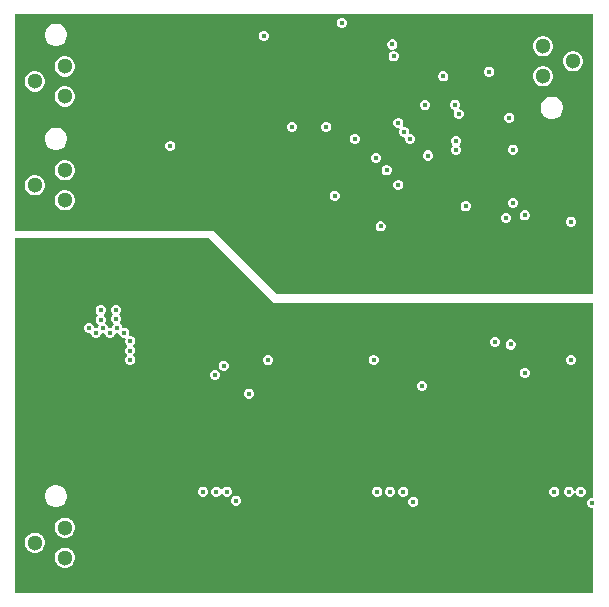
<source format=gbr>
%TF.GenerationSoftware,Altium Limited,Altium Designer,22.11.1 (43)*%
G04 Layer_Physical_Order=2*
G04 Layer_Color=36540*
%FSLAX45Y45*%
%MOMM*%
%TF.SameCoordinates,5CE01347-A356-42F5-95A5-03C013D0245E*%
%TF.FilePolarity,Positive*%
%TF.FileFunction,Copper,L2,Inr,Signal*%
%TF.Part,Single*%
G01*
G75*
%TA.AperFunction,ComponentPad*%
%ADD47C,1.30000*%
%ADD48O,0.90000X1.80000*%
%TA.AperFunction,ViaPad*%
%ADD49C,0.45000*%
G36*
X4950000Y2580000D02*
X2270000D01*
X1740000Y3110000D01*
X50000D01*
Y4950000D01*
X4950000D01*
Y2580000D01*
D02*
G37*
G36*
X2250000Y2500000D02*
X4950000D01*
Y855204D01*
X4945953Y852500D01*
X4929046D01*
X4913426Y846030D01*
X4901470Y834074D01*
X4895000Y818454D01*
Y801546D01*
X4901470Y785926D01*
X4913426Y773970D01*
X4929046Y767500D01*
X4945953D01*
X4950000Y764796D01*
Y50000D01*
X50000D01*
Y3050000D01*
X1700000D01*
X2250000Y2500000D01*
D02*
G37*
%LPC*%
G36*
X2828454Y4912500D02*
X2811546D01*
X2795926Y4906030D01*
X2783970Y4894074D01*
X2777500Y4878454D01*
Y4861546D01*
X2783970Y4845926D01*
X2795926Y4833970D01*
X2811546Y4827500D01*
X2828454D01*
X2844074Y4833970D01*
X2856030Y4845926D01*
X2862500Y4861546D01*
Y4878454D01*
X2856030Y4894074D01*
X2844074Y4906030D01*
X2828454Y4912500D01*
D02*
G37*
G36*
X2168454Y4802500D02*
X2151546D01*
X2135926Y4796030D01*
X2123970Y4784074D01*
X2117500Y4768454D01*
Y4751546D01*
X2123970Y4735926D01*
X2135926Y4723970D01*
X2151546Y4717500D01*
X2168454D01*
X2184074Y4723970D01*
X2196030Y4735926D01*
X2202500Y4751546D01*
Y4768454D01*
X2196030Y4784074D01*
X2184074Y4796030D01*
X2168454Y4802500D01*
D02*
G37*
G36*
X413507Y4866000D02*
X388493D01*
X364332Y4859525D01*
X342669Y4847019D01*
X324981Y4829331D01*
X312474Y4807668D01*
X306000Y4783507D01*
Y4758493D01*
X312474Y4734331D01*
X324981Y4712669D01*
X342669Y4694981D01*
X364332Y4682474D01*
X388493Y4676000D01*
X413507D01*
X437668Y4682474D01*
X459331Y4694981D01*
X477019Y4712669D01*
X489526Y4734331D01*
X496000Y4758493D01*
Y4783507D01*
X489526Y4807668D01*
X477019Y4829331D01*
X459331Y4847019D01*
X437668Y4859525D01*
X413507Y4866000D01*
D02*
G37*
G36*
X3258454Y4732500D02*
X3241546D01*
X3225926Y4726030D01*
X3213970Y4714074D01*
X3207500Y4698454D01*
Y4681546D01*
X3213970Y4665926D01*
X3225926Y4653970D01*
X3241546Y4647500D01*
X3258454D01*
X3274074Y4653970D01*
X3286030Y4665926D01*
X3292500Y4681546D01*
Y4698454D01*
X3286030Y4714074D01*
X3274074Y4726030D01*
X3258454Y4732500D01*
D02*
G37*
G36*
X4536191Y4760000D02*
X4513810D01*
X4492191Y4754207D01*
X4472809Y4743017D01*
X4456983Y4727191D01*
X4445793Y4707809D01*
X4440000Y4686191D01*
Y4663810D01*
X4445793Y4642191D01*
X4456983Y4622809D01*
X4472809Y4606983D01*
X4492191Y4595793D01*
X4513810Y4590000D01*
X4536191D01*
X4557809Y4595793D01*
X4577191Y4606983D01*
X4593017Y4622809D01*
X4604207Y4642191D01*
X4610000Y4663810D01*
Y4686191D01*
X4604207Y4707809D01*
X4593017Y4727191D01*
X4577191Y4743017D01*
X4557809Y4754207D01*
X4536191Y4760000D01*
D02*
G37*
G36*
X3268454Y4632500D02*
X3251546D01*
X3235926Y4626030D01*
X3223970Y4614074D01*
X3217500Y4598454D01*
Y4581546D01*
X3223970Y4565926D01*
X3235926Y4553970D01*
X3251546Y4547500D01*
X3268454D01*
X3284074Y4553970D01*
X3296030Y4565926D01*
X3302500Y4581546D01*
Y4598454D01*
X3296030Y4614074D01*
X3284074Y4626030D01*
X3268454Y4632500D01*
D02*
G37*
G36*
X4790191Y4633000D02*
X4767810D01*
X4746191Y4627207D01*
X4726809Y4616017D01*
X4710983Y4600191D01*
X4699793Y4580809D01*
X4694000Y4559191D01*
Y4536810D01*
X4699793Y4515191D01*
X4710983Y4495809D01*
X4726809Y4479983D01*
X4746191Y4468793D01*
X4767810Y4463000D01*
X4790191D01*
X4811809Y4468793D01*
X4831191Y4479983D01*
X4847017Y4495809D01*
X4858207Y4515191D01*
X4864000Y4536810D01*
Y4559191D01*
X4858207Y4580809D01*
X4847017Y4600191D01*
X4831191Y4616017D01*
X4811809Y4627207D01*
X4790191Y4633000D01*
D02*
G37*
G36*
X486191Y4589000D02*
X463810D01*
X442191Y4583207D01*
X422809Y4572017D01*
X406983Y4556191D01*
X395793Y4536809D01*
X390000Y4515190D01*
Y4492809D01*
X395793Y4471191D01*
X406983Y4451809D01*
X422809Y4435983D01*
X442191Y4424793D01*
X463810Y4419000D01*
X486191D01*
X507809Y4424793D01*
X527191Y4435983D01*
X543017Y4451809D01*
X554207Y4471191D01*
X560000Y4492809D01*
Y4515190D01*
X554207Y4536809D01*
X543017Y4556191D01*
X527191Y4572017D01*
X507809Y4583207D01*
X486191Y4589000D01*
D02*
G37*
G36*
X4078454Y4502500D02*
X4061546D01*
X4045926Y4496030D01*
X4033970Y4484074D01*
X4027500Y4468454D01*
Y4451546D01*
X4033970Y4435926D01*
X4045926Y4423970D01*
X4061546Y4417500D01*
X4078454D01*
X4094074Y4423970D01*
X4106030Y4435926D01*
X4112500Y4451546D01*
Y4468454D01*
X4106030Y4484074D01*
X4094074Y4496030D01*
X4078454Y4502500D01*
D02*
G37*
G36*
X3688454Y4462500D02*
X3671546D01*
X3655926Y4456030D01*
X3643970Y4444074D01*
X3637500Y4428454D01*
Y4411546D01*
X3643970Y4395926D01*
X3655926Y4383970D01*
X3671546Y4377500D01*
X3688454D01*
X3704074Y4383970D01*
X3716030Y4395926D01*
X3722500Y4411546D01*
Y4428454D01*
X3716030Y4444074D01*
X3704074Y4456030D01*
X3688454Y4462500D01*
D02*
G37*
G36*
X4536191Y4506000D02*
X4513810D01*
X4492191Y4500207D01*
X4472809Y4489017D01*
X4456983Y4473191D01*
X4445793Y4453809D01*
X4440000Y4432191D01*
Y4409810D01*
X4445793Y4388191D01*
X4456983Y4368809D01*
X4472809Y4352983D01*
X4492191Y4341793D01*
X4513810Y4336000D01*
X4536191D01*
X4557809Y4341793D01*
X4577191Y4352983D01*
X4593017Y4368809D01*
X4604207Y4388191D01*
X4610000Y4409810D01*
Y4432191D01*
X4604207Y4453809D01*
X4593017Y4473191D01*
X4577191Y4489017D01*
X4557809Y4500207D01*
X4536191Y4506000D01*
D02*
G37*
G36*
X232191Y4462000D02*
X209810D01*
X188191Y4456207D01*
X168809Y4445017D01*
X152983Y4429191D01*
X141793Y4409809D01*
X136000Y4388190D01*
Y4365809D01*
X141793Y4344191D01*
X152983Y4324809D01*
X168809Y4308983D01*
X188191Y4297793D01*
X209810Y4292000D01*
X232191D01*
X253809Y4297793D01*
X273191Y4308983D01*
X289017Y4324809D01*
X300207Y4344191D01*
X306000Y4365809D01*
Y4388190D01*
X300207Y4409809D01*
X289017Y4429191D01*
X273191Y4445017D01*
X253809Y4456207D01*
X232191Y4462000D01*
D02*
G37*
G36*
X486191Y4335000D02*
X463810D01*
X442191Y4329207D01*
X422809Y4318017D01*
X406983Y4302191D01*
X395793Y4282809D01*
X390000Y4261190D01*
Y4238809D01*
X395793Y4217191D01*
X406983Y4197809D01*
X422809Y4181983D01*
X442191Y4170793D01*
X463810Y4165000D01*
X486191D01*
X507809Y4170793D01*
X527191Y4181983D01*
X543017Y4197809D01*
X554207Y4217191D01*
X560000Y4238809D01*
Y4261190D01*
X554207Y4282809D01*
X543017Y4302191D01*
X527191Y4318017D01*
X507809Y4329207D01*
X486191Y4335000D01*
D02*
G37*
G36*
X3533454Y4217500D02*
X3516546D01*
X3500926Y4211030D01*
X3488970Y4199074D01*
X3482500Y4183454D01*
Y4166546D01*
X3488970Y4150926D01*
X3500926Y4138970D01*
X3516546Y4132500D01*
X3533454D01*
X3549074Y4138970D01*
X3561030Y4150926D01*
X3567500Y4166546D01*
Y4183454D01*
X3561030Y4199074D01*
X3549074Y4211030D01*
X3533454Y4217500D01*
D02*
G37*
G36*
X4611507Y4249000D02*
X4586493D01*
X4562332Y4242526D01*
X4540669Y4230019D01*
X4522982Y4212331D01*
X4510475Y4190669D01*
X4504000Y4166507D01*
Y4141493D01*
X4510475Y4117332D01*
X4522982Y4095669D01*
X4540669Y4077981D01*
X4562332Y4065474D01*
X4586493Y4059000D01*
X4611507D01*
X4635669Y4065474D01*
X4657331Y4077981D01*
X4675019Y4095669D01*
X4687526Y4117332D01*
X4694000Y4141493D01*
Y4166507D01*
X4687526Y4190669D01*
X4675019Y4212331D01*
X4657331Y4230019D01*
X4635669Y4242526D01*
X4611507Y4249000D01*
D02*
G37*
G36*
X3788454Y4222500D02*
X3771546D01*
X3755926Y4216030D01*
X3743970Y4204074D01*
X3737500Y4188454D01*
Y4171546D01*
X3743970Y4155926D01*
X3755926Y4143970D01*
X3770054Y4138118D01*
X3773004Y4131621D01*
X3774697Y4124800D01*
X3773970Y4124074D01*
X3767500Y4108454D01*
Y4091546D01*
X3773970Y4075926D01*
X3785926Y4063970D01*
X3801546Y4057500D01*
X3818454D01*
X3834074Y4063970D01*
X3846030Y4075926D01*
X3852500Y4091546D01*
Y4108454D01*
X3846030Y4124074D01*
X3834074Y4136030D01*
X3819946Y4141881D01*
X3816996Y4148379D01*
X3815304Y4155200D01*
X3816030Y4155926D01*
X3822500Y4171546D01*
Y4188454D01*
X3816030Y4204074D01*
X3804074Y4216030D01*
X3788454Y4222500D01*
D02*
G37*
G36*
X4248454Y4112500D02*
X4231546D01*
X4215926Y4106030D01*
X4203970Y4094074D01*
X4197500Y4078454D01*
Y4061546D01*
X4203970Y4045926D01*
X4215926Y4033970D01*
X4231546Y4027500D01*
X4248454D01*
X4264074Y4033970D01*
X4276030Y4045926D01*
X4282500Y4061546D01*
Y4078454D01*
X4276030Y4094074D01*
X4264074Y4106030D01*
X4248454Y4112500D01*
D02*
G37*
G36*
X2698454Y4032500D02*
X2681546D01*
X2665926Y4026030D01*
X2653970Y4014074D01*
X2647500Y3998454D01*
Y3981546D01*
X2653970Y3965926D01*
X2665926Y3953970D01*
X2681546Y3947500D01*
X2698454D01*
X2714074Y3953970D01*
X2726030Y3965926D01*
X2732500Y3981546D01*
Y3998454D01*
X2726030Y4014074D01*
X2714074Y4026030D01*
X2698454Y4032500D01*
D02*
G37*
G36*
X2408454D02*
X2391546D01*
X2375926Y4026030D01*
X2363970Y4014074D01*
X2357500Y3998454D01*
Y3981546D01*
X2363970Y3965926D01*
X2375926Y3953970D01*
X2391546Y3947500D01*
X2408454D01*
X2424074Y3953970D01*
X2436030Y3965926D01*
X2442500Y3981546D01*
Y3998454D01*
X2436030Y4014074D01*
X2424074Y4026030D01*
X2408454Y4032500D01*
D02*
G37*
G36*
X3308454Y4067500D02*
X3291546D01*
X3275926Y4061030D01*
X3263970Y4049074D01*
X3257500Y4033454D01*
Y4016546D01*
X3263970Y4000926D01*
X3275926Y3988970D01*
X3291546Y3982500D01*
X3304760D01*
X3307407Y3980078D01*
X3311484Y3973925D01*
X3312600Y3970767D01*
X3307500Y3958454D01*
Y3941546D01*
X3313970Y3925926D01*
X3325926Y3913970D01*
X3341546Y3907500D01*
X3347501D01*
X3357500Y3898453D01*
Y3881546D01*
X3363970Y3865926D01*
X3375926Y3853970D01*
X3391546Y3847500D01*
X3408454D01*
X3424074Y3853970D01*
X3436030Y3865926D01*
X3442500Y3881546D01*
Y3898454D01*
X3436030Y3914074D01*
X3424074Y3926030D01*
X3408454Y3932500D01*
X3402499D01*
X3392500Y3941547D01*
Y3958454D01*
X3386030Y3974074D01*
X3374074Y3986030D01*
X3358454Y3992500D01*
X3345239D01*
X3342593Y3994922D01*
X3338516Y4001075D01*
X3337399Y4004233D01*
X3342500Y4016546D01*
Y4033454D01*
X3336030Y4049074D01*
X3324074Y4061030D01*
X3308454Y4067500D01*
D02*
G37*
G36*
X2938454Y3932500D02*
X2921546D01*
X2905926Y3926030D01*
X2893970Y3914074D01*
X2887500Y3898454D01*
Y3881546D01*
X2893970Y3865926D01*
X2905926Y3853970D01*
X2921546Y3847500D01*
X2938454D01*
X2954074Y3853970D01*
X2966030Y3865926D01*
X2972500Y3881546D01*
Y3898454D01*
X2966030Y3914074D01*
X2954074Y3926030D01*
X2938454Y3932500D01*
D02*
G37*
G36*
X413507Y3987000D02*
X388493D01*
X364332Y3980526D01*
X342669Y3968019D01*
X324981Y3950331D01*
X312474Y3928669D01*
X306000Y3904507D01*
Y3879493D01*
X312474Y3855332D01*
X324981Y3833669D01*
X342669Y3815981D01*
X364332Y3803474D01*
X388493Y3797000D01*
X413507D01*
X437668Y3803474D01*
X459331Y3815981D01*
X477019Y3833669D01*
X489526Y3855332D01*
X496000Y3879493D01*
Y3904507D01*
X489526Y3928669D01*
X477019Y3950331D01*
X459331Y3968019D01*
X437668Y3980526D01*
X413507Y3987000D01*
D02*
G37*
G36*
X1378454Y3872500D02*
X1361546D01*
X1345926Y3866030D01*
X1333970Y3854074D01*
X1327500Y3838454D01*
Y3821546D01*
X1333970Y3805926D01*
X1345926Y3793970D01*
X1361546Y3787500D01*
X1378454D01*
X1394074Y3793970D01*
X1406030Y3805926D01*
X1412500Y3821546D01*
Y3838454D01*
X1406030Y3854074D01*
X1394074Y3866030D01*
X1378454Y3872500D01*
D02*
G37*
G36*
X4278454Y3842500D02*
X4261546D01*
X4245926Y3836030D01*
X4233970Y3824074D01*
X4227500Y3808454D01*
Y3791546D01*
X4233970Y3775926D01*
X4245926Y3763970D01*
X4261546Y3757500D01*
X4278454D01*
X4294074Y3763970D01*
X4306030Y3775926D01*
X4312500Y3791546D01*
Y3808454D01*
X4306030Y3824074D01*
X4294074Y3836030D01*
X4278454Y3842500D01*
D02*
G37*
G36*
X3798087Y3913750D02*
X3781180D01*
X3765559Y3907279D01*
X3753604Y3895324D01*
X3747133Y3879703D01*
Y3862796D01*
X3753604Y3847176D01*
X3758053Y3842726D01*
X3764747Y3834237D01*
X3758053Y3826133D01*
X3753414Y3821493D01*
X3746944Y3805873D01*
Y3788965D01*
X3753414Y3773345D01*
X3765369Y3761389D01*
X3780990Y3754919D01*
X3797897D01*
X3813518Y3761389D01*
X3825473Y3773345D01*
X3831943Y3788965D01*
Y3805873D01*
X3825473Y3821493D01*
X3821024Y3825943D01*
X3814330Y3834431D01*
X3821024Y3842536D01*
X3825663Y3847176D01*
X3832133Y3862796D01*
Y3879703D01*
X3825663Y3895324D01*
X3813707Y3907279D01*
X3798087Y3913750D01*
D02*
G37*
G36*
X3558454Y3792500D02*
X3541546D01*
X3525926Y3786030D01*
X3513970Y3774074D01*
X3507500Y3758454D01*
Y3741546D01*
X3513970Y3725926D01*
X3525926Y3713970D01*
X3541546Y3707500D01*
X3558454D01*
X3574074Y3713970D01*
X3586030Y3725926D01*
X3592500Y3741546D01*
Y3758454D01*
X3586030Y3774074D01*
X3574074Y3786030D01*
X3558454Y3792500D01*
D02*
G37*
G36*
X3118454Y3772500D02*
X3101546D01*
X3085926Y3766030D01*
X3073970Y3754074D01*
X3067500Y3738454D01*
Y3721546D01*
X3073970Y3705926D01*
X3085926Y3693970D01*
X3101546Y3687500D01*
X3118454D01*
X3134074Y3693970D01*
X3146030Y3705926D01*
X3152500Y3721546D01*
Y3738454D01*
X3146030Y3754074D01*
X3134074Y3766030D01*
X3118454Y3772500D01*
D02*
G37*
G36*
X3208454Y3667500D02*
X3191546D01*
X3175926Y3661030D01*
X3163970Y3649074D01*
X3157500Y3633454D01*
Y3616546D01*
X3163970Y3600926D01*
X3175926Y3588970D01*
X3191546Y3582500D01*
X3208454D01*
X3224074Y3588970D01*
X3236030Y3600926D01*
X3242500Y3616546D01*
Y3633454D01*
X3236030Y3649074D01*
X3224074Y3661030D01*
X3208454Y3667500D01*
D02*
G37*
G36*
X486191Y3710000D02*
X463810D01*
X442191Y3704207D01*
X422809Y3693017D01*
X406983Y3677191D01*
X395793Y3657809D01*
X390000Y3636191D01*
Y3613810D01*
X395793Y3592191D01*
X406983Y3572809D01*
X422809Y3556983D01*
X442191Y3545793D01*
X463810Y3540000D01*
X486191D01*
X507809Y3545793D01*
X527191Y3556983D01*
X543017Y3572809D01*
X554207Y3592191D01*
X560000Y3613810D01*
Y3636191D01*
X554207Y3657809D01*
X543017Y3677191D01*
X527191Y3693017D01*
X507809Y3704207D01*
X486191Y3710000D01*
D02*
G37*
G36*
X3308454Y3542500D02*
X3291546D01*
X3275926Y3536030D01*
X3263970Y3524074D01*
X3257500Y3508454D01*
Y3491546D01*
X3263970Y3475926D01*
X3275926Y3463970D01*
X3291546Y3457500D01*
X3308454D01*
X3324074Y3463970D01*
X3336030Y3475926D01*
X3342500Y3491546D01*
Y3508454D01*
X3336030Y3524074D01*
X3324074Y3536030D01*
X3308454Y3542500D01*
D02*
G37*
G36*
X232191Y3583000D02*
X209810D01*
X188191Y3577207D01*
X168809Y3566017D01*
X152983Y3550191D01*
X141793Y3530809D01*
X136000Y3509191D01*
Y3486810D01*
X141793Y3465191D01*
X152983Y3445809D01*
X168809Y3429983D01*
X188191Y3418793D01*
X209810Y3413000D01*
X232191D01*
X253809Y3418793D01*
X273191Y3429983D01*
X289017Y3445809D01*
X300207Y3465191D01*
X306000Y3486810D01*
Y3509191D01*
X300207Y3530809D01*
X289017Y3550191D01*
X273191Y3566017D01*
X253809Y3577207D01*
X232191Y3583000D01*
D02*
G37*
G36*
X2768454Y3452500D02*
X2751546D01*
X2735926Y3446030D01*
X2723970Y3434074D01*
X2717500Y3418454D01*
Y3401546D01*
X2723970Y3385926D01*
X2735926Y3373970D01*
X2751546Y3367500D01*
X2768454D01*
X2784074Y3373970D01*
X2796030Y3385926D01*
X2802500Y3401546D01*
Y3418454D01*
X2796030Y3434074D01*
X2784074Y3446030D01*
X2768454Y3452500D01*
D02*
G37*
G36*
X4278454Y3392500D02*
X4261546D01*
X4245926Y3386030D01*
X4233970Y3374074D01*
X4227500Y3358454D01*
Y3341546D01*
X4233970Y3325926D01*
X4245926Y3313970D01*
X4261546Y3307500D01*
X4278454D01*
X4294074Y3313970D01*
X4306030Y3325926D01*
X4312500Y3341546D01*
Y3358454D01*
X4306030Y3374074D01*
X4294074Y3386030D01*
X4278454Y3392500D01*
D02*
G37*
G36*
X486191Y3456000D02*
X463810D01*
X442191Y3450207D01*
X422809Y3439017D01*
X406983Y3423191D01*
X395793Y3403809D01*
X390000Y3382191D01*
Y3359810D01*
X395793Y3338191D01*
X406983Y3318809D01*
X422809Y3302983D01*
X442191Y3291793D01*
X463810Y3286000D01*
X486191D01*
X507809Y3291793D01*
X527191Y3302983D01*
X543017Y3318809D01*
X554207Y3338191D01*
X560000Y3359810D01*
Y3382191D01*
X554207Y3403809D01*
X543017Y3423191D01*
X527191Y3439017D01*
X507809Y3450207D01*
X486191Y3456000D01*
D02*
G37*
G36*
X3878454Y3362500D02*
X3861546D01*
X3845926Y3356030D01*
X3833970Y3344074D01*
X3827500Y3328454D01*
Y3311546D01*
X3833970Y3295926D01*
X3845926Y3283970D01*
X3861546Y3277500D01*
X3878454D01*
X3894074Y3283970D01*
X3906030Y3295926D01*
X3912500Y3311546D01*
Y3328454D01*
X3906030Y3344074D01*
X3894074Y3356030D01*
X3878454Y3362500D01*
D02*
G37*
G36*
X4378454Y3285531D02*
X4361546D01*
X4345926Y3279061D01*
X4333970Y3267106D01*
X4327500Y3251485D01*
Y3234578D01*
X4333970Y3218957D01*
X4345926Y3207002D01*
X4361546Y3200532D01*
X4378454D01*
X4394074Y3207002D01*
X4406030Y3218957D01*
X4412500Y3234578D01*
Y3251485D01*
X4406030Y3267106D01*
X4394074Y3279061D01*
X4378454Y3285531D01*
D02*
G37*
G36*
X4218454Y3262500D02*
X4201546D01*
X4185926Y3256030D01*
X4173970Y3244074D01*
X4167500Y3228454D01*
Y3211546D01*
X4173970Y3195926D01*
X4185926Y3183970D01*
X4201546Y3177500D01*
X4218454D01*
X4234074Y3183970D01*
X4246030Y3195926D01*
X4252500Y3211546D01*
Y3228454D01*
X4246030Y3244074D01*
X4234074Y3256030D01*
X4218454Y3262500D01*
D02*
G37*
G36*
X4768454Y3232500D02*
X4751546D01*
X4735926Y3226030D01*
X4723970Y3214074D01*
X4717500Y3198454D01*
Y3181546D01*
X4723970Y3165926D01*
X4735926Y3153970D01*
X4751546Y3147500D01*
X4768454D01*
X4784074Y3153970D01*
X4796030Y3165926D01*
X4802500Y3181546D01*
Y3198454D01*
X4796030Y3214074D01*
X4784074Y3226030D01*
X4768454Y3232500D01*
D02*
G37*
G36*
X3158454Y3192500D02*
X3141546D01*
X3125926Y3186030D01*
X3113970Y3174074D01*
X3107500Y3158454D01*
Y3141546D01*
X3113970Y3125926D01*
X3125926Y3113970D01*
X3141546Y3107500D01*
X3158454D01*
X3174074Y3113970D01*
X3186030Y3125926D01*
X3192500Y3141546D01*
Y3158454D01*
X3186030Y3174074D01*
X3174074Y3186030D01*
X3158454Y3192500D01*
D02*
G37*
G36*
X918454Y2482500D02*
X901546D01*
X885926Y2476030D01*
X873970Y2464074D01*
X867500Y2448454D01*
Y2431546D01*
X873970Y2415926D01*
X884896Y2405000D01*
X873970Y2394074D01*
X867500Y2378454D01*
Y2361546D01*
X873970Y2345926D01*
X885926Y2333971D01*
X888892Y2318995D01*
X883970Y2314074D01*
X877500Y2298454D01*
X868538Y2292465D01*
X868454Y2292500D01*
X851547D01*
X842019Y2299615D01*
X836030Y2314074D01*
X824084Y2326020D01*
X816479Y2333665D01*
X816030Y2335926D01*
X822500Y2351546D01*
Y2368454D01*
X816030Y2384074D01*
X808179Y2391924D01*
X805427Y2400000D01*
X808179Y2408076D01*
X816030Y2415926D01*
X822500Y2431546D01*
Y2448454D01*
X816030Y2464074D01*
X804074Y2476030D01*
X788454Y2482500D01*
X771546D01*
X755926Y2476030D01*
X743970Y2464074D01*
X737500Y2448454D01*
Y2431546D01*
X743970Y2415926D01*
X751820Y2408076D01*
X754573Y2400000D01*
X751820Y2391924D01*
X743970Y2384074D01*
X737500Y2368454D01*
Y2351546D01*
X743970Y2335926D01*
X755916Y2323980D01*
X763520Y2316335D01*
X763970Y2314074D01*
X757500Y2298454D01*
X748537Y2292465D01*
X748454Y2292500D01*
X731547D01*
X722019Y2299615D01*
X716030Y2314074D01*
X704074Y2326030D01*
X688454Y2332500D01*
X671546D01*
X655926Y2326030D01*
X643970Y2314074D01*
X637500Y2298454D01*
Y2281546D01*
X643970Y2265926D01*
X655926Y2253970D01*
X671546Y2247500D01*
X688453D01*
X697981Y2240385D01*
X703970Y2225926D01*
X715926Y2213970D01*
X731546Y2207500D01*
X748454D01*
X764074Y2213970D01*
X776030Y2225926D01*
X782500Y2241546D01*
X791462Y2247535D01*
X791546Y2247500D01*
X808453D01*
X817981Y2240385D01*
X823970Y2225926D01*
X835926Y2213970D01*
X851546Y2207500D01*
X868454D01*
X884074Y2213970D01*
X896030Y2225926D01*
X902500Y2241546D01*
X911462Y2247535D01*
X911546Y2247500D01*
X928453D01*
X937981Y2240385D01*
X943970Y2225926D01*
X955926Y2213970D01*
X971546Y2207500D01*
X981643D01*
X990476Y2195638D01*
X987500Y2188454D01*
Y2171546D01*
X993971Y2155926D01*
X1002804Y2147092D01*
X1004756Y2139304D01*
X1002804Y2131517D01*
X993971Y2122683D01*
X987500Y2107063D01*
Y2090155D01*
X993971Y2074535D01*
X1002804Y2065701D01*
X1004756Y2057913D01*
X1002804Y2050126D01*
X993971Y2041292D01*
X987500Y2025672D01*
Y2008764D01*
X993971Y1993144D01*
X1005926Y1981188D01*
X1021547Y1974718D01*
X1038454D01*
X1054074Y1981188D01*
X1066030Y1993144D01*
X1072500Y2008764D01*
Y2025672D01*
X1066030Y2041292D01*
X1057196Y2050126D01*
X1055244Y2057914D01*
X1057196Y2065701D01*
X1066030Y2074535D01*
X1072500Y2090155D01*
Y2107063D01*
X1066030Y2122683D01*
X1057196Y2131517D01*
X1055244Y2139305D01*
X1057196Y2147092D01*
X1066030Y2155926D01*
X1072500Y2171546D01*
Y2188454D01*
X1066030Y2204074D01*
X1054074Y2216030D01*
X1038454Y2222500D01*
X1028357D01*
X1019524Y2234362D01*
X1022500Y2241546D01*
Y2258454D01*
X1016030Y2274074D01*
X1004074Y2286030D01*
X988454Y2292500D01*
X971547D01*
X962019Y2299615D01*
X956030Y2314074D01*
X944074Y2326029D01*
X941108Y2341005D01*
X946030Y2345926D01*
X952500Y2361546D01*
Y2378454D01*
X946030Y2394074D01*
X935104Y2405000D01*
X946030Y2415926D01*
X952500Y2431546D01*
Y2448454D01*
X946030Y2464074D01*
X934074Y2476030D01*
X918454Y2482500D01*
D02*
G37*
G36*
X4128454Y2212500D02*
X4111546D01*
X4095926Y2206030D01*
X4083970Y2194074D01*
X4077500Y2178454D01*
Y2161546D01*
X4083970Y2145926D01*
X4095926Y2133970D01*
X4111546Y2127500D01*
X4128454D01*
X4144074Y2133970D01*
X4156030Y2145926D01*
X4162500Y2161546D01*
Y2178454D01*
X4156030Y2194074D01*
X4144074Y2206030D01*
X4128454Y2212500D01*
D02*
G37*
G36*
X4258454Y2192500D02*
X4241546D01*
X4225926Y2186030D01*
X4213970Y2174074D01*
X4207500Y2158454D01*
Y2141546D01*
X4213970Y2125926D01*
X4225926Y2113970D01*
X4241546Y2107500D01*
X4258454D01*
X4274074Y2113970D01*
X4286030Y2125926D01*
X4292500Y2141546D01*
Y2158454D01*
X4286030Y2174074D01*
X4274074Y2186030D01*
X4258454Y2192500D01*
D02*
G37*
G36*
X4768454Y2062500D02*
X4751546D01*
X4735926Y2056030D01*
X4723970Y2044074D01*
X4717500Y2028454D01*
Y2011546D01*
X4723970Y1995926D01*
X4735926Y1983970D01*
X4751546Y1977500D01*
X4768454D01*
X4784074Y1983970D01*
X4796030Y1995926D01*
X4802500Y2011546D01*
Y2028454D01*
X4796030Y2044074D01*
X4784074Y2056030D01*
X4768454Y2062500D01*
D02*
G37*
G36*
X3098454D02*
X3081546D01*
X3065926Y2056030D01*
X3053970Y2044074D01*
X3047500Y2028454D01*
Y2011546D01*
X3053970Y1995926D01*
X3065926Y1983970D01*
X3081546Y1977500D01*
X3098454D01*
X3114074Y1983970D01*
X3126030Y1995926D01*
X3132500Y2011546D01*
Y2028454D01*
X3126030Y2044074D01*
X3114074Y2056030D01*
X3098454Y2062500D01*
D02*
G37*
G36*
X2202817Y2058798D02*
X2185909D01*
X2170289Y2052328D01*
X2158333Y2040372D01*
X2151863Y2024752D01*
Y2007845D01*
X2158333Y1992224D01*
X2170289Y1980269D01*
X2185909Y1973798D01*
X2202817D01*
X2218437Y1980269D01*
X2230393Y1992224D01*
X2236863Y2007845D01*
Y2024752D01*
X2230393Y2040372D01*
X2218437Y2052328D01*
X2202817Y2058798D01*
D02*
G37*
G36*
X1828454Y2012500D02*
X1811546D01*
X1795926Y2006030D01*
X1783970Y1994074D01*
X1777500Y1978454D01*
Y1961546D01*
X1783970Y1945926D01*
X1795926Y1933970D01*
X1811546Y1927500D01*
X1828454D01*
X1844074Y1933970D01*
X1856030Y1945926D01*
X1862500Y1961546D01*
Y1978454D01*
X1856030Y1994074D01*
X1844074Y2006030D01*
X1828454Y2012500D01*
D02*
G37*
G36*
X4378454Y1952500D02*
X4361546D01*
X4345926Y1946030D01*
X4333970Y1934074D01*
X4327500Y1918454D01*
Y1901546D01*
X4333970Y1885926D01*
X4345926Y1873970D01*
X4361546Y1867500D01*
X4378454D01*
X4394074Y1873970D01*
X4406030Y1885926D01*
X4412500Y1901546D01*
Y1918454D01*
X4406030Y1934074D01*
X4394074Y1946030D01*
X4378454Y1952500D01*
D02*
G37*
G36*
X1756137Y1934816D02*
X1739230D01*
X1723609Y1928346D01*
X1711654Y1916391D01*
X1705184Y1900770D01*
Y1883863D01*
X1711654Y1868242D01*
X1723609Y1856287D01*
X1739230Y1849817D01*
X1756137D01*
X1771758Y1856287D01*
X1783713Y1868242D01*
X1790183Y1883863D01*
Y1900770D01*
X1783713Y1916391D01*
X1771758Y1928346D01*
X1756137Y1934816D01*
D02*
G37*
G36*
X3508454Y1842500D02*
X3491546D01*
X3475926Y1836030D01*
X3463970Y1824074D01*
X3457500Y1808454D01*
Y1791546D01*
X3463970Y1775926D01*
X3475926Y1763970D01*
X3491546Y1757500D01*
X3508454D01*
X3524074Y1763970D01*
X3536030Y1775926D01*
X3542500Y1791546D01*
Y1808454D01*
X3536030Y1824074D01*
X3524074Y1836030D01*
X3508454Y1842500D01*
D02*
G37*
G36*
X2042696Y1776742D02*
X2025789D01*
X2010168Y1770272D01*
X1998213Y1758317D01*
X1991743Y1742696D01*
Y1725789D01*
X1998213Y1710169D01*
X2010168Y1698213D01*
X2025789Y1691743D01*
X2042696D01*
X2058317Y1698213D01*
X2070272Y1710169D01*
X2076742Y1725789D01*
Y1742696D01*
X2070272Y1758317D01*
X2058317Y1770272D01*
X2042696Y1776742D01*
D02*
G37*
G36*
X1858454Y947500D02*
X1841546D01*
X1825926Y941030D01*
X1813970Y929074D01*
X1811873Y924011D01*
X1798127D01*
X1796030Y929074D01*
X1784074Y941030D01*
X1768454Y947500D01*
X1751546D01*
X1735926Y941030D01*
X1723970Y929074D01*
X1717500Y913454D01*
Y896546D01*
X1723970Y880926D01*
X1735926Y868970D01*
X1751546Y862500D01*
X1768454D01*
X1784074Y868970D01*
X1796030Y880926D01*
X1798127Y885989D01*
X1811873D01*
X1813970Y880926D01*
X1825926Y868970D01*
X1841546Y862500D01*
X1858454D01*
X1874074Y868970D01*
X1886030Y880926D01*
X1892500Y896546D01*
Y913454D01*
X1886030Y929074D01*
X1874074Y941030D01*
X1858454Y947500D01*
D02*
G37*
G36*
X4850953D02*
X4834046D01*
X4818426Y941030D01*
X4806470Y929074D01*
X4800000Y913454D01*
X4787500D01*
X4781030Y929074D01*
X4769074Y941030D01*
X4753454Y947500D01*
X4736546D01*
X4720926Y941030D01*
X4708970Y929074D01*
X4702500Y913454D01*
Y896546D01*
X4708970Y880926D01*
X4720926Y868970D01*
X4736546Y862500D01*
X4753454D01*
X4769074Y868970D01*
X4781030Y880926D01*
X4787500Y896546D01*
X4800000D01*
X4806470Y880926D01*
X4818426Y868970D01*
X4834046Y862500D01*
X4850953D01*
X4866574Y868970D01*
X4878529Y880926D01*
X4885000Y896546D01*
Y913454D01*
X4878529Y929074D01*
X4866574Y941030D01*
X4850953Y947500D01*
D02*
G37*
G36*
X4629704D02*
X4612796D01*
X4597176Y941030D01*
X4585220Y929074D01*
X4578750Y913454D01*
Y896546D01*
X4585220Y880926D01*
X4597176Y868970D01*
X4612796Y862500D01*
X4629704D01*
X4645324Y868970D01*
X4657280Y880926D01*
X4663750Y896546D01*
Y913454D01*
X4657280Y929074D01*
X4645324Y941030D01*
X4629704Y947500D01*
D02*
G37*
G36*
X3350953D02*
X3334046D01*
X3318426Y941030D01*
X3306470Y929074D01*
X3300000Y913454D01*
Y896546D01*
X3306470Y880926D01*
X3318426Y868970D01*
X3334046Y862500D01*
X3350953D01*
X3366574Y868970D01*
X3378529Y880926D01*
X3385000Y896546D01*
Y913454D01*
X3378529Y929074D01*
X3366574Y941030D01*
X3350953Y947500D01*
D02*
G37*
G36*
X3235954D02*
X3219046D01*
X3203426Y941030D01*
X3191470Y929074D01*
X3185000Y913454D01*
Y896546D01*
X3191470Y880926D01*
X3203426Y868970D01*
X3219046Y862500D01*
X3235954D01*
X3251574Y868970D01*
X3263530Y880926D01*
X3270000Y896546D01*
Y913454D01*
X3263530Y929074D01*
X3251574Y941030D01*
X3235954Y947500D01*
D02*
G37*
G36*
X3129704D02*
X3112796D01*
X3097176Y941030D01*
X3085220Y929074D01*
X3078750Y913454D01*
Y896546D01*
X3085220Y880926D01*
X3097176Y868970D01*
X3112796Y862500D01*
X3129704D01*
X3145324Y868970D01*
X3157280Y880926D01*
X3163750Y896546D01*
Y913454D01*
X3157280Y929074D01*
X3145324Y941030D01*
X3129704Y947500D01*
D02*
G37*
G36*
X1653454D02*
X1636546D01*
X1620926Y941030D01*
X1608970Y929074D01*
X1602500Y913454D01*
Y896546D01*
X1608970Y880926D01*
X1620926Y868970D01*
X1636546Y862500D01*
X1653454D01*
X1669074Y868970D01*
X1681030Y880926D01*
X1687500Y896546D01*
Y913454D01*
X1681030Y929074D01*
X1669074Y941030D01*
X1653454Y947500D01*
D02*
G37*
G36*
X1934704Y871250D02*
X1917797D01*
X1902176Y864780D01*
X1890221Y852824D01*
X1883750Y837204D01*
Y820296D01*
X1890221Y804676D01*
X1902176Y792720D01*
X1917797Y786250D01*
X1934704D01*
X1950324Y792720D01*
X1962280Y804676D01*
X1968750Y820296D01*
Y837204D01*
X1962280Y852824D01*
X1950324Y864780D01*
X1934704Y871250D01*
D02*
G37*
G36*
X3435954Y862500D02*
X3419046D01*
X3403426Y856030D01*
X3391470Y844074D01*
X3385000Y828454D01*
Y811546D01*
X3391470Y795926D01*
X3403426Y783970D01*
X3419046Y777500D01*
X3435954D01*
X3451574Y783970D01*
X3463530Y795926D01*
X3470000Y811546D01*
Y828454D01*
X3463530Y844074D01*
X3451574Y856030D01*
X3435954Y862500D01*
D02*
G37*
G36*
X413507Y962000D02*
X388493D01*
X364332Y955526D01*
X342669Y943019D01*
X324981Y925331D01*
X312474Y903668D01*
X306000Y879507D01*
Y854493D01*
X312474Y830332D01*
X324981Y808669D01*
X342669Y790981D01*
X364332Y778474D01*
X388493Y772000D01*
X413507D01*
X437668Y778474D01*
X459331Y790981D01*
X477019Y808669D01*
X489526Y830332D01*
X496000Y854493D01*
Y879507D01*
X489526Y903668D01*
X477019Y925331D01*
X459331Y943019D01*
X437668Y955526D01*
X413507Y962000D01*
D02*
G37*
G36*
X486191Y685000D02*
X463810D01*
X442191Y679207D01*
X422809Y668017D01*
X406983Y652191D01*
X395793Y632809D01*
X390000Y611191D01*
Y588810D01*
X395793Y567191D01*
X406983Y547809D01*
X422809Y531983D01*
X442191Y520793D01*
X463810Y515000D01*
X486191D01*
X507809Y520793D01*
X527191Y531983D01*
X543017Y547809D01*
X554207Y567191D01*
X560000Y588810D01*
Y611191D01*
X554207Y632809D01*
X543017Y652191D01*
X527191Y668017D01*
X507809Y679207D01*
X486191Y685000D01*
D02*
G37*
G36*
X232191Y558000D02*
X209810D01*
X188191Y552207D01*
X168809Y541017D01*
X152983Y525191D01*
X141793Y505809D01*
X136000Y484191D01*
Y461810D01*
X141793Y440191D01*
X152983Y420809D01*
X168809Y404983D01*
X188191Y393793D01*
X209810Y388000D01*
X232191D01*
X253809Y393793D01*
X273191Y404983D01*
X289017Y420809D01*
X300207Y440191D01*
X306000Y461810D01*
Y484191D01*
X300207Y505809D01*
X289017Y525191D01*
X273191Y541017D01*
X253809Y552207D01*
X232191Y558000D01*
D02*
G37*
G36*
X486191Y431000D02*
X463810D01*
X442191Y425207D01*
X422809Y414017D01*
X406983Y398191D01*
X395793Y378809D01*
X390000Y357191D01*
Y334810D01*
X395793Y313191D01*
X406983Y293809D01*
X422809Y277983D01*
X442191Y266793D01*
X463810Y261000D01*
X486191D01*
X507809Y266793D01*
X527191Y277983D01*
X543017Y293809D01*
X554207Y313191D01*
X560000Y334810D01*
Y357191D01*
X554207Y378809D01*
X543017Y398191D01*
X527191Y414017D01*
X507809Y425207D01*
X486191Y431000D01*
D02*
G37*
%LPD*%
D47*
X475000Y346000D02*
D03*
X221000Y473000D02*
D03*
X475000Y600000D02*
D03*
X221000Y727000D02*
D03*
X4525000Y4675000D02*
D03*
X4779000Y4548000D02*
D03*
X4525000Y4421000D02*
D03*
X4779000Y4294000D02*
D03*
X475000Y3371000D02*
D03*
X221000Y3498000D02*
D03*
X475000Y3625000D02*
D03*
X221000Y3752000D02*
D03*
X475000Y4250000D02*
D03*
X221000Y4377000D02*
D03*
X475000Y4504000D02*
D03*
X221000Y4631000D02*
D03*
D48*
X1170000Y4850000D02*
D03*
X1830000D02*
D03*
D49*
X1320000Y4570000D02*
D03*
X430000Y1730000D02*
D03*
X802500Y2025000D02*
D03*
X3690000Y1900000D02*
D03*
X972655Y1422655D02*
D03*
X1870000Y1330000D02*
D03*
X4850000Y1380000D02*
D03*
X3900000Y1430000D02*
D03*
X3510000Y1330000D02*
D03*
X2400000Y1490000D02*
D03*
X1300000Y4305200D02*
D03*
X2400000Y3990000D02*
D03*
X1370000Y3830000D02*
D03*
X2160000Y4760000D02*
D03*
X3260000Y4590000D02*
D03*
X2930000Y3890000D02*
D03*
X3870000Y3320000D02*
D03*
X3970000Y4520000D02*
D03*
X1370000Y3290000D02*
D03*
X2410000Y3430000D02*
D03*
X2220000D02*
D03*
X2690000Y3990000D02*
D03*
X1747684Y1892317D02*
D03*
X2810000Y4500000D02*
D03*
X1350000Y3700000D02*
D03*
Y3570000D02*
D03*
X3550000Y3550000D02*
D03*
X3650000Y3400000D02*
D03*
X4850000Y3525000D02*
D03*
X980000Y2250000D02*
D03*
X920000Y2290000D02*
D03*
X860000Y2250000D02*
D03*
X800000Y2290000D02*
D03*
X1160000Y2410000D02*
D03*
X1230000Y2390000D02*
D03*
X1220000Y2470000D02*
D03*
X2110000Y2460000D02*
D03*
X2870000Y2450000D02*
D03*
X4620000Y2460000D02*
D03*
X4120000Y2170000D02*
D03*
X450000Y2200000D02*
D03*
Y2350000D02*
D03*
X910000Y2440000D02*
D03*
X780000D02*
D03*
X910000Y2370000D02*
D03*
X780000Y2360000D02*
D03*
X680000Y2290000D02*
D03*
X740000Y2250000D02*
D03*
X3860000Y2190000D02*
D03*
X1030000Y2180000D02*
D03*
Y2098609D02*
D03*
Y2017218D02*
D03*
X1325000Y1900000D02*
D03*
X1510000Y2890000D02*
D03*
X1760000D02*
D03*
X2290000Y1770000D02*
D03*
X300000Y2050000D02*
D03*
Y2350000D02*
D03*
Y2200000D02*
D03*
X150000D02*
D03*
Y2050000D02*
D03*
X450000D02*
D03*
X150000Y2350000D02*
D03*
X4600000Y1540000D02*
D03*
X4200000Y1540000D02*
D03*
X2697500Y1542500D02*
D03*
X1600000Y1540000D02*
D03*
X1200000D02*
D03*
X3102500D02*
D03*
X1760000Y905000D02*
D03*
X1645000D02*
D03*
X3150000Y3150000D02*
D03*
X3090000Y2020000D02*
D03*
X2325000Y942500D02*
D03*
X2034243Y1734243D02*
D03*
X2194363Y2016298D02*
D03*
X1820000Y1970000D02*
D03*
X3325000Y990000D02*
D03*
X3227500Y905000D02*
D03*
X2825000Y2750000D02*
D03*
X2150000D02*
D03*
X3400000Y3890000D02*
D03*
X3200000Y3625000D02*
D03*
X3300000Y4025000D02*
D03*
X3350000Y3950000D02*
D03*
X4210000Y3220000D02*
D03*
X3789444Y3797419D02*
D03*
X3789633Y3871250D02*
D03*
X3550000Y3750000D02*
D03*
X3300000Y3500000D02*
D03*
X4370000Y3243032D02*
D03*
X3525000Y4175000D02*
D03*
X3650000Y4500000D02*
D03*
X3680000Y4420000D02*
D03*
X1926250Y828750D02*
D03*
X1850000Y905000D02*
D03*
X4621250D02*
D03*
X4745000D02*
D03*
X4937500Y810000D02*
D03*
X4842500Y905000D02*
D03*
X3427500Y820000D02*
D03*
X3342500Y905000D02*
D03*
X3121250D02*
D03*
X3820000Y975000D02*
D03*
X4810000Y1020000D02*
D03*
X1747500Y990000D02*
D03*
X1525000Y625000D02*
D03*
X1275000D02*
D03*
X1350000Y550000D02*
D03*
X1450000D02*
D03*
X2950000D02*
D03*
X2850000D02*
D03*
X2775000Y625000D02*
D03*
X3025000D02*
D03*
X4450000Y550000D02*
D03*
X4350000D02*
D03*
X4525000Y625000D02*
D03*
X4275000D02*
D03*
X2820000Y4870000D02*
D03*
X770000Y920000D02*
D03*
X4760000Y2020000D02*
D03*
X4370000Y1910000D02*
D03*
X3910000Y2720000D02*
D03*
X2180600Y4497500D02*
D03*
X3580000Y4760000D02*
D03*
X4650000Y3250000D02*
D03*
X2100000Y3300000D02*
D03*
X4760000Y3190000D02*
D03*
X3500000Y1800000D02*
D03*
X4250000Y2150000D02*
D03*
X2760000Y3410000D02*
D03*
X3110000Y3730000D02*
D03*
X4240000Y4070000D02*
D03*
X4270000Y3350000D02*
D03*
X3250000Y4690000D02*
D03*
X3810000Y4100000D02*
D03*
X3780000Y4180000D02*
D03*
X4270000Y3800000D02*
D03*
X4070000Y4460000D02*
D03*
%TF.MD5,eb724cac0db96a88a645684f49bdfbc4*%
M02*

</source>
